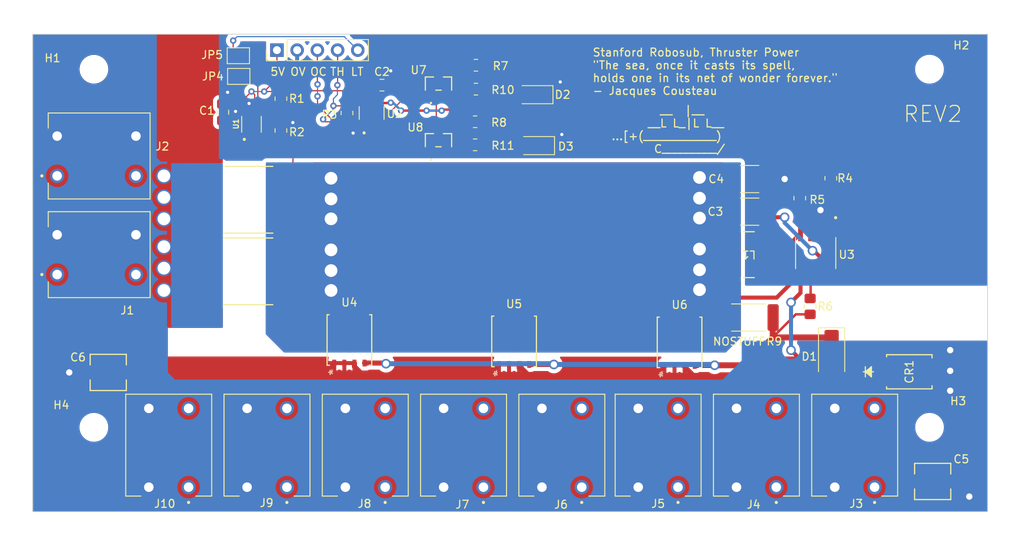
<source format=kicad_pcb>
(kicad_pcb (version 20221018) (generator pcbnew)
  (layers (0 "F.Cu" signal) (31 "B.Cu" signal) (34 "B.Paste" user) (35 "F.Paste" user) (36 "B.SilkS" user "B.Silkscreen") (37 "F.SilkS" user "F.Silkscreen") (38 "B.Mask" user) (39 "F.Mask" user) (44 "Edge.Cuts" user))
  (net 0 "")
  (net 1 "+BATT")
  (net 2 "Net-(U3-OUT)")
  (net 3 "V_BAT_THRUSTERS")
  (net 4 "THRUSTERS_GATE")
  (net 5 "Net-(U7-SOURCE)")
  (net 6 "Net-(D2-A)")
  (net 7 "Net-(U8-SOURCE)")
  (net 8 "Net-(D3-A)")
  (net 9 "THRUST_EN")
  (net 10 "Net-(U3-SW)")
  (net 11 "OCP_N")
  (net 12 "Net-(U1-LIMIT)")
  (net 13 "GATE_EN")
  (net 14 "Net-(U3-IN)")
  (net 15 "Net-(U3-RS)")
  (net 16 "Net-(U3-GATE)")
  (net 17 "GND")
  (net 18 "+5V")
  (net 19 "Sense(+)")
  (net 20 "LATCH")
  (net 21 "Net-(JP4-A)")
  (footprint "1135333_1:PHOENIX_1135333" (layer "F.Cu") (at 274.7 178.8375 180)
    (fp_text reference "J6")
    (fp_text value "1135333" hide)
  )
  (footprint "LED_SMD:LED_1206_3216Metric" (layer "F.Cu") (at 266.1 147.6 180)
    (fp_text reference "D3")
    (fp_text value "IR26-21C_L110_TR8" hide)
  )
  (footprint "1135333_1:PHOENIX_1135333" (layer "F.Cu") (at 217.5625 154.3 90)
    (fp_text reference "J2")
    (fp_text value "1135333" hide)
  )
  (footprint "Jumper:SolderJumper-2_P1.3mm_Open_Pad1.0x1.5mm" (layer "F.Cu") (at 228.65 136.3)
    (fp_text reference "JP5")
    (fp_text value "SolderJumper_2_Open" hide)
  )
  (footprint "1135333_1:PHOENIX_1135333" (layer "F.Cu") (at 250 178.8375 180)
    (fp_text reference "J8")
    (fp_text value "1135333" hide)
  )
  (footprint "Robosub Lib:SON40P200X200X80-11N" (layer "F.Cu") (at 230.3 144.915 90)
    (fp_text reference "U1")
    (fp_text value "INA300AIDSQT" hide)
  )
  (footprint "LED_SMD:LED_1206_3216Metric" (layer "F.Cu") (at 265.9 141.2 180)
    (fp_text reference "D2")
    (fp_text value "IR26-21C_L110_TR8" hide)
  )
  (footprint "1135333_1:PHOENIX_1135333" (layer "F.Cu") (at 237.65 178.8375 180)
    (fp_text reference "J9")
    (fp_text value "1135333" hide)
  )
  (footprint "Robosub Lib:BSC0702LSATMA1" (layer "F.Cu") (at 242.605 172.024501 90)
    (fp_text reference "U4")
    (fp_text value "BSC0702LSATMA1" hide)
  )
  (footprint "Resistor_SMD:R_0805_2012Metric_Pad1.20x1.40mm_HandSolder" (layer "F.Cu") (at 300.5 167.8 -90)
    (fp_text reference "R6")
    (fp_text value "100" hide)
  )
  (footprint "Robosub Lib:IND_5848-WE-PD2_WRE" (layer "F.Cu") (at 292.8 161.3 180)
    (fp_text reference "L1")
    (fp_text value "74477420")
  )
  (footprint "1135333_1:PHOENIX_1135333" (layer "F.Cu") (at 286.8 178.8375 180)
    (fp_text reference "J5")
    (fp_text value "1135333" hide)
  )
  (footprint "Robosub Lib:SOT-23-3_1P4X3P040_ONS" (layer "F.Cu") (at 253.8 139.8)
    (fp_text reference "U7")
    (fp_text value "NVTR01P02LT1G" hide)
  )
  (footprint "Resistor_SMD:R_0805_2012Metric_Pad1.20x1.40mm_HandSolder" (layer "F.Cu") (at 258.4 147.5 180)
    (fp_text reference "R11")
    (fp_text value "110" hide)
  )
  (footprint "Capacitor_SMD:C_1812_4532Metric_Pad1.57x3.40mm_HandSolder" (layer "F.Cu") (at 292.9 155.9)
    (fp_text reference "C3")
    (fp_text value "1uF" hide)
  )
  (footprint "Robosub Lib:SOIC127P600X175-8N_AUIR3241STR" (layer "F.Cu") (at 301.2 161.1 -90)
    (fp_text reference "U3")
    (fp_text value "AUIR3241STR" hide)
  )
  (footprint "Resistor_SMD:R_0805_2012Metric_Pad1.20x1.40mm_HandSolder" (layer "F.Cu") (at 258.5 137.5 180)
    (fp_text reference "R7")
    (fp_text value "110" hide)
  )
  (footprint "Diode_SMD:D_SMA" (layer "F.Cu") (at 303.2 174 -90)
    (fp_text reference "D1")
    (fp_text value "1SMA5931BT3" hide)
  )
  (footprint "Robosub Lib:SOT95P280X145-6N" (layer "F.Cu") (at 245.4 143.5 90)
    (fp_text reference "U2")
    (fp_text value "SN74LVC1G97DBVR" hide)
  )
  (footprint "MountingHole:MountingHole_3.2mm_M3" (layer "F.Cu") (at 315.5 183)
    (fp_text reference "H3")
    (fp_text value "MountingHole" hide)
  )
  (footprint "1135333_1:PHOENIX_1135333" (layer "F.Cu") (at 217.5625 166.7 90)
    (fp_text reference "J1")
    (fp_text value "1135333" hide)
  )
  (footprint "MountingHole:MountingHole_3.2mm_M3" (layer "F.Cu") (at 315.5 138)
    (fp_text reference "H2")
    (fp_text value "MountingHole" hide)
  )
  (footprint "Resistor_SMD:R_0805_2012Metric_Pad1.20x1.40mm_HandSolder" (layer "F.Cu") (at 234 145.7 90)
    (fp_text reference "R2")
    (fp_text value "3k" hide)
  )
  (footprint "Robosub Lib:BSC0702LSATMA1" (layer "F.Cu") (at 284.095 172.324501 90)
    (fp_text reference "U6")
    (fp_text value "BSC0702LSATMA1" hide)
  )
  (footprint "Resistor_SMD:R_2512_6332Metric_Pad1.40x3.35mm_HandSolder" (layer "F.Cu") (at 292.8 169.2)
    (fp_text reference "R9")
    (fp_text value "0 (100A)" hide)
  )
  (footprint "Robosub Lib:UCB1V0R1MCL1GS" (layer "F.Cu") (at 315.9 189.8)
    (fp_text reference "C5")
    (fp_text value "1u (electrolytic)" hide)
  )
  (footprint "Jumper:SolderJumper-2_P1.3mm_Open_Pad1.0x1.5mm" (layer "F.Cu") (at 228.7 138.9 180)
    (fp_text reference "JP4")
    (fp_text value "SolderJumper_2_Open" hide)
  )
  (footprint "Capacitor_SMD:C_0805_2012Metric_Pad1.18x1.45mm_HandSolder" (layer "F.Cu") (at 246.7 140)
    (fp_text reference "C2")
    (fp_text value "0.1u" hide)
  )
  (footprint "WSLP59312L000FEA:RES_WSLP5931_.002OHM_VIS" (layer "F.Cu") (at 229.9 154.4 180)
    (fp_text reference "WSLP59312L000FEA_2" hide)
    (fp_text value "2mOhm" hide)
  )
  (footprint "MountingHole:MountingHole_3.2mm_M3" (layer "F.Cu") (at 210.5 183)
    (fp_text reference "H4")
    (fp_text value "MountingHole" hide)
  )
  (footprint "Robosub Lib:BSC0702LSATMA1" (layer "F.Cu") (at 263.3 172.2 90)
    (fp_text reference "U5")
    (fp_text value "BSC0702LSATMA1" hide)
  )
  (footprint "1135333_1:PHOENIX_1135333" (layer "F.Cu") (at 262.35 178.8375 180)
    (fp_text reference "J7")
    (fp_text value "1135333" hide)
  )
  (footprint "Resistor_SMD:R_0805_2012Metric_Pad1.20x1.40mm_HandSolder" (layer "F.Cu") (at 258.5 140.5 180)
    (fp_text reference "R10")
    (fp_text value "110" hide)
  )
  (footprint "Resistor_SMD:R_0805_2012Metric_Pad1.20x1.40mm_HandSolder" (layer "F.Cu") (at 258.4 144.6 180)
    (fp_text reference "R8")
    (fp_text value "110" hide)
  )
  (footprint "Connector_PinHeader_2.54mm:PinHeader_1x05_P2.54mm_Vertical" (layer "F.Cu") (at 233.5 135.6 90)
    (fp_text reference "J11" hide)
    (fp_text value "Conn_01x05_Pin" hide)
  )
  (footprint "SBRT15U50SP5_13:POWERDI5_DIO" (layer "F.Cu") (at 312.9663 176.020001 90)
    (fp_text reference "CR1")
    (fp_text value "SBRT15U50SP5-13" hide)
  )
  (footprint "Resistor_SMD:R_0805_2012Metric_Pad1.20x1.40mm_HandSolder" (layer "F.Cu") (at 242.3 143.5 -90)
    (fp_text reference "R3")
    (fp_text value "10k" hide)
  )
  (footprint "1135333_1:PHOENIX_1135333" (layer "F.Cu") (at 311.5 178.8375 180)
    (fp_text reference "J3")
    (fp_text value "1135333" hide)
  )
  (footprint "Robosub Lib:SOT-23-3_1P4X3P040_ONS" (layer "F.Cu") (at 253.8 146.916)
    (fp_text reference "U8")
    (fp_text value "NVTR01P02LT1G" hide)
  )
  (footprint "1135333_1:PHOENIX_1135333" (layer "F.Cu") (at 225.3 178.8375 180)
    (fp_text reference "J10")
    (fp_text value "1135333" hide)
  )
  (footprint "Capacitor_SMD:C_1812_4532Metric_Pad1.57x3.40mm_HandSolder" (layer "F.Cu") (at 292.9 151.8)
    (fp_text reference "C4")
    (fp_text value "1uF" hide)
  )
  (footprint "Robosub Lib:UCB1V0R1MCL1GS" (layer "F.Cu") (at 212.3 176.1 180)
    (fp_text reference "C6")
    (fp_text value "1u (electrolytic)" hide)
  )
  (footprint "Capacitor_SMD:C_0805_2012Metric_Pad1.18x1.45mm_HandSolder" (layer "F.Cu") (at 226.7 143.4 -90)
    (fp_text reference "C1")
    (fp_text value "0.1u" hide)
  )
  (footprint "WSLP59312L000FEA:RES_WSLP5931_.002OHM_VIS" (layer "F.Cu") (at 229.9 163.4 180)
    (fp_text reference "WSLP59312L000FEA_1" hide)
    (fp_text value "2mOhm" hide)
  )
  (footprint "Resistor_SMD:R_0805_2012Metric_Pad1.20x1.40mm_HandSolder" (layer "F.Cu") (at 234 141.7 -90)
    (fp_text reference "R1")
    (fp_text value "10k" hide)
  )
  (footprint "MountingHole:MountingHole_3.2mm_M3" (layer "F.Cu") (at 210.5 138)
    (fp_text reference "H1")
    (fp_text value "MountingHole" hide)
  )
  (footprint "Resistor_SMD:R_0805_2012Metric_Pad1.20x1.40mm_HandSolder" (layer "F.Cu") (at 299.2 154.2 90)
    (fp_text reference "R5")
    (fp_text value "10" hide)
  )
  (footprint "1135333_1:PHOENIX_1135333" (layer "F.Cu") (at 299.15 178.8375 180)
    (fp_text reference "J4")
    (fp_text value "1135333" hide)
  )
  (footprint "Resistor_SMD:R_0805_2012Metric_Pad1.20x1.40mm_HandSolder" (layer "F.Cu") (at 303.1 151.7 -90)
    (fp_text reference "R4")
    (fp_text value "10k" hide)
  )
  (gr_rect (start 202.8 133.6) (end 322.8 193.6) (stroke (width 0.1)) (fill none) (layer "Edge.Cuts"))
  (gr_text "REV2" (at 312.1 144.8) (layer "F.SilkS") (effects (font (size 2 2)) (justify left bottom)))
  (gr_text "LT" (at 242.7 138.9) (layer "F.SilkS") (effects (font (size 1 1)) (justify left bottom)))
  (gr_text "Stanford Robosub, Thruster Power\n{dblquote}The sea, once it casts its spell, \nholds one in its net of wonder forever.{dblquote} \n- Jacques Cousteau\n" (at 273.1 141.3) (layer "F.SilkS") (effects (font (size 1 1)) (justify left bottom)))
  (gr_text "5V" (at 232.6 138.9) (layer "F.SilkS") (effects (font (size 1 1)) (justify left bottom)))
  (gr_text "NOSTUFF" (at 288.2 172.8) (layer "F.SilkS") (effects (font (size 1 1)) (justify left bottom)))
  (gr_text "         __  |__\n       __L L_|L L__\n ...[+(____________)\n        C_________/" (at 274.7 148.6) (layer "F.SilkS") (effects (font (size 1 1)) (justify left bottom)))
  (gr_text "TH" (at 240.1 138.9) (layer "F.SilkS") (effects (font (size 1 1)) (justify left bottom)))
  (gr_text "OV" (at 235.1 138.9) (layer "F.SilkS") (effects (font (size 1 1)) (justify left bottom)))
  (gr_text "OC" (at 237.6 138.9) (layer "F.SilkS") (effects (font (size 1 1)) (justify left bottom)))
  (segment (start 221.2866 151.4) (end 224.2866 154.4) (width 3) (layer "F.Cu") (net 1))
  (segment (start 229.5 145.9) (end 229.5 147) (width 0.15) (layer "F.Cu") (net 1))
  (segment (start 219.3 165.8) (end 221.8866 165.8) (width 3) (layer "F.Cu") (net 1))
  (segment (start 224.2866 163.4) (end 224.2866 154.4) (width 3) (layer "F.Cu") (net 1))
  (segment (start 229.5 147) (end 228.7 147.8) (width 0.15) (layer "F.Cu") (net 1))
  (segment (start 228.7 147.8) (end 225.3 147.8) (width 0.15) (layer "F.Cu") (net 1))
  (segment (start 219.3 151.4) (end 221.2866 151.4) (width 3) (layer "F.Cu") (net 1))
  (segment (start 221.1866 160.3) (end 224.2866 163.4) (width 3) (layer "F.Cu") (net 1))
  (segment (start 224.2866 148.8134) (end 224.2866 154.4) (width 0.15) (layer "F.Cu") (net 1))
  (segment (start 218.5 163.8) (end 219.3 163) (width 3) (layer "F.Cu") (net 1))
  (segment (start 225.3 147.8) (end 224.2866 148.8134) (width 0.15) (layer "F.Cu") (net 1))
  (segment (start 219.3 156.8) (end 221.8866 156.8) (width 3) (layer "F.Cu") (net 1))
  (segment (start 219.3 163) (end 223.8866 163) (width 3) (layer "F.Cu") (net 1))
  (segment (start 221.8866 156.8) (end 224.2866 154.4) (width 3) (layer "F.Cu") (net 1))
  (segment (start 221.8866 165.8) (end 224.2866 163.4) (width 3) (layer "F.Cu") (net 1))
  (segment (start 219.3 160.3) (end 221.1866 160.3) (width 3) (layer "F.Cu") (net 1))
  (segment (start 205.8825 151.4) (end 215.7825 151.4) (width 3) (layer "F.Cu") (net 1))
  (segment (start 215.7825 151.4) (end 219.3 151.4) (width 3) (layer "F.Cu") (net 1))
  (segment (start 215.7825 163.8) (end 218.5 163.8) (width 3) (layer "F.Cu") (net 1))
  (segment (start 219.3 154.1) (end 223.9866 154.1) (width 3) (layer "F.Cu") (net 1))
  (segment (start 205.8825 163.8) (end 215.7825 163.8) (width 3) (layer "F.Cu") (net 1))
  (via (at 219.3 163) (size 2) (drill 1.6) (layers "F.Cu" "B.Cu") (net 1))
  (via (at 219.3 154.1) (size 2) (drill 1.6) (layers "F.Cu" "B.Cu") (net 1))
  (via (at 219.3 160.3) (size 2) (drill 1.6) (layers "F.Cu" "B.Cu") (net 1))
  (via (at 219.3 165.8) (size 2) (drill 1.6) (layers "F.Cu" "B.Cu") (net 1))
  (via (at 219.3 156.8) (size 2) (drill 1.6) (layers "F.Cu" "B.Cu") (net 1))
  (via (at 219.3 151.4) (size 2) (drill 1.6) (layers "F.Cu" "B.Cu") (net 1))
  (segment (start 300.96245 160.8) (end 300.8 160.8) (width 0.508) (layer "F.Cu") (net 2))
  (segment (start 295.7375 156.6) (end 295.0375 155.9) (width 0.508) (layer "F.Cu") (net 2))
  (segment (start 297.3 156.6) (end 295.7375 156.6) (width 0.508) (layer "F.Cu") (net 2))
  (segment (start 303.105 162.94255) (end 300.96245 160.8) (width 0.508) (layer "F.Cu") (net 2))
  (via (at 297.3 156.6) (size 1.2) (drill 0.8) (layers "F.Cu" "B.Cu") (net 2))
  (via (at 300.8 160.8) (size 1.2) (drill 0.8) (layers "F.Cu" "B.Cu") (net 2))
  (segment (start 300.8 160.8) (end 297.3 157.3) (width 0.508) (layer "B.Cu") (net 2))
  (segment (start 297.3 157.3) (end 297.3 156.6) (width 0.508) (layer "B.Cu") (net 2))
  (segment (start 214.4082 176.1) (end 217.8825 176.1) (width 0.75) (layer "F.Cu") (net 3))
  (segment (start 247.1 180.6175) (end 247.1 190.5175) (width 3) (layer "F.Cu") (net 3))
  (segment (start 263.935 175.099501) (end 263.935 175.274507) (width 0.635) (layer "F.Cu") (net 3))
  (segment (start 284.73 175.224002) (end 284.73 175.399008) (width 0.635) (layer "F.Cu") (net 3))
  (segment (start 283.9 180.6175) (end 283.9 190.5175) (width 3) (layer "F.Cu") (net 3))
  (segment (start 243.24 174.924002) (end 243.24 175.364006) (width 0.635) (layer "F.Cu") (net 3))
  (segment (start 298.5825 180.6175) (end 296.25 180.6175) (width 0.75) (layer "F.Cu") (net 3))
  (segment (start 299.295 163.575) (end 299.295 166.105) (width 0.508) (layer "F.Cu") (net 3))
  (segment (start 303.2 176) (end 298.5825 180.6175) (width 0.75) (layer "F.Cu") (net 3))
  (segment (start 234.75 180.6175) (end 234.75 190.5175) (width 3) (layer "F.Cu") (net 3))
  (segment (start 284.73 175.399008) (end 286.1 176.769008) (width 0.635) (layer "F.Cu") (net 3))
  (segment (start 286.1 176.769008) (end 286.1 176.8) (width 0.635) (layer "F.Cu") (net 3))
  (segment (start 271.8 180.6175) (end 271.8 190.5175) (width 3) (layer "F.Cu") (net 3))
  (segment (start 259.45 180.6175) (end 259.45 190.5175) (width 3) (layer "F.Cu") (net 3))
  (segment (start 217.8825 176.1) (end 222.4 180.6175) (width 0.75) (layer "F.Cu") (net 3))
  (segment (start 311.9122 177.3053) (end 308.6 180.6175) (width 3) (layer "F.Cu") (net 3))
  (segment (start 282.19 175.224002) (end 282.175998 175.224002) (width 0.635) (layer "F.Cu") (net 3))
  (segment (start 300.8 176) (end 303.2 176) (width 0.508) (layer "F.Cu") (net 3))
  (segment (start 303.2 176) (end 308.6 181.4) (width 0.75) (layer "F.Cu") (net 3))
  (segment (start 244.575994 176.7) (end 244.7 176.7) (width 0.635) (layer "F.Cu") (net 3))
  (segment (start 261.395 175.105) (end 259.7 176.8) (width 0.635) (layer "F.Cu") (net 3))
  (segment (start 308.6 190.5175) (end 313.0743 190.5175) (width 0.75) (layer "F.Cu") (net 3))
  (segment (start 311.9122 176.020001) (end 311.9122 177.3053) (width 3) (layer "F.Cu") (net 3))
  (segment (start 240.7 175) (end 239.2 176.5) (width 0.635) (layer "F.Cu") (net 3))
  (segment (start 313.0743 190.5175) (end 313.7918 189.8) (width 0.75) (layer "F.Cu") (net 3))
  (segment (start 240.7 174.924002) (end 240.7 175) (width 0.635) (layer "F.Cu") (net 3))
  (segment (start 308.6 181.9) (end 308.6 190.5175) (width 3) (layer "F.Cu") (net 3))
  (segment (start 265.4 176.739507) (end 265.4 176.8) (width 0.635) (layer "F.Cu") (net 3))
  (segment (start 261.395 175.099501) (end 261.395 175.105) (width 0.635) (layer "F.Cu") (net 3))
  (segment (start 282.175998 175.224002) (end 280.9 176.5) (width 0.635) (layer "F.Cu") (net 3))
  (segment (start 263.935 175.274507) (end 265.4 176.739507) (width 0.635) (layer "F.Cu") (net 3))
  (segment (start 308.6 181.4) (end 308.6 181.9) (width 0.75) (layer "F.Cu") (net 3))
  (segment (start 296.25 180.6175) (end 296.25 190.5175) (width 3) (layer "F.Cu") (net 3))
  (segment (start 308.6 180.6175) (end 308.6 181.9) (width 3) (layer "F.Cu") (net 3))
  (segment (start 263.935 175.099501) (end 263.935 175.539505) (width 0.635) (layer "F.Cu") (net 3))
  (segment (start 222.4 180.6175) (end 222.4 190.5175) (width 3) (layer "F.Cu") (net 3))
  (segment (start 299.295 166.105) (end 298.1 167.3) (width 0.508) (layer "F.Cu") (net 3))
  (segment (start 298.1 173.3) (end 300.8 176) (width 0.508) (layer "F.Cu") (net 3))
  (segment (start 243.24 175.364006) (end 244.575994 176.7) (width 0.635) (layer "F.Cu") (net 3))
  (via (at 298.1 167.3) (size 1.2) (drill 0.8) (layers "F.Cu" "B.Cu") (net 3))
  (via (at 298.1 173.3) (size 1.2) (drill 0.8) (layers "F.Cu" "B.Cu") (net 3))
  (segment (start 298.1 167.3) (end 298.1 173.3) (width 0.508) (layer "B.Cu") (net 3))
  (segment (start 286 175.224002) (end 288.475998 175.224002) (width 0.635) (layer "F.Cu") (net 4))
  (segment (start 244.51 174.924002) (end 247.124002 174.924002) (width 0.635) (layer "F.Cu") (net 4))
  (segment (start 265.205 175.099501) (end 268.299501 175.099501) (width 0.635) (layer "F.Cu") (net 4))
  (segment (start 295.8 171.7) (end 302.9 171.7) (width 0.75) (layer "F.Cu") (net 4))
  (segment (start 247.124002 174.924002) (end 247.2 175) (width 0.635) (layer "F.Cu") (net 4))
  (segment (start 268.299501 175.099501) (end 268.3 175.1) (width 0.635) (layer "F.Cu") (net 4))
  (segment (start 300.5 168.8) (end 298.7 168.8) (width 0.3048) (layer "F.Cu") (net 4))
  (segment (start 288.5 175.2) (end 292.3 175.2) (width 0.75) (layer "F.Cu") (net 4))
  (segment (start 298.7 168.8) (end 295.8 171.7) (width 0.3048) (layer "F.Cu") (net 4))
  (segment (start 295.8 171.7) (end 295.8 169.25) (width 0.75) (layer "F.Cu") (net 4))
  (segment (start 288.475998 175.224002) (end 288.5 175.2) (width 0.635) (layer "F.Cu") (net 4))
  (segment (start 292.3 175.2) (end 295.8 171.7) (width 0.75) (layer "F.Cu") (net 4))
  (via (at 247.2 175) (size 1.2) (drill 0.8) (layers "F.Cu" "B.Cu") (net 4))
  (via (at 288.5 175.2) (size 1.2) (drill 0.8) (layers "F.Cu" "B.Cu") (net 4))
  (via (at 268.3 175.1) (size 1.2) (drill 0.8) (layers "F.Cu" "B.Cu") (net 4))
  (segment (start 247.2 175) (end 268.2 175) (width 0.635) (layer "B.Cu") (net 4))
  (segment (start 268.2 175) (end 268.3 175.1) (width 0.635) (layer "B.Cu") (net 4))
  (segment (start 288.4 175.1) (end 288.5 175.2) (width 0.635) (layer "B.Cu") (net 4))
  (segment (start 268.3 175.1) (end 288.4 175.1) (width 0.635) (layer "B.Cu") (net 4))
  (segment (start 257.184 140.816) (end 257.5 140.5) (width 0.15) (layer "F.Cu") (net 5))
  (segment (start 257.5 140.5) (end 257.5 137.5) (width 0.15) (layer "F.Cu") (net 5))
  (segment (start 254.7525 140.816) (end 257.184 140.816) (width 0.15) (layer "F.Cu") (net 5))
  (segment (start 259.5 137.5) (end 259.5 140.5) (width 0.15) (layer "F.Cu") (net 6))
  (segment (start 263.8 140.5) (end 264.5 141.2) (width 0.15) (layer "F.Cu") (net 6))
  (segment (start 259.5 140.5) (end 263.8 140.5) (width 0.15) (layer "F.Cu") (net 6))
  (segment (start 254.7525 147.932) (end 256.968 147.932) (width 0.15) (layer "F.Cu") (net 7))
  (segment (start 257.4 144.6) (end 257.4 147.5) (width 0.15) (layer "F.Cu") (net 7))
  (segment (start 259.4 147.5) (end 264.6 147.5) (width 0.15) (layer "F.Cu") (net 8))
  (segment (start 259.4 144.6) (end 259.4 147.5) (width 0.15) (layer "F.Cu") (net 8))
  (segment (start 241.12 135.6) (end 241.12 139.98) (width 0.15) (layer "F.Cu") (net 9))
  (segment (start 244.195 142.5) (end 244.45 142.245) (width 0.15) (layer "F.Cu") (net 9))
  (segment (start 252.8475 147.932) (end 243.532 147.932) (width 0.15) (layer "F.Cu") (net 9))
  (segment (start 243.532 147.932) (end 240.2 144.6) (width 0.15) (layer "F.Cu") (net 9))
  (segment (start 242.3 142.5) (end 244.195 142.5) (width 0.15) (layer "F.Cu") (net 9))
  (segment (start 240.2 144.6) (end 239.6 144.6) (width 0.15) (layer "F.Cu") (net 9))
  (segment (start 241.12 139.98) (end 241.1 140) (width 0.15) (layer "F.Cu") (net 9))
  (segment (start 239.6 144.6) (end 239.3 144.3) (width 0.15) (layer "F.Cu") (net 9))
  (segment (start 240.6 142.6) (end 242.2 142.6) (width 0.15) (layer "F.Cu") (net 9))
  (via (at 241.1 140) (size 0.8) (drill 0.4) (layers "F.Cu" "B.Cu") (net 9))
  (via (at 239.3 144.3) (size 0.8) (drill 0.4) (layers "F.Cu" "B.Cu") (net 9))
  (via (at 240.6 142.6) (size 0.8) (drill 0.4) (layers "F.Cu" "B.Cu") (net 9))
  (segment (start 240.6 143) (end 239.3 144.3) (width 0.15) (layer "B.Cu") (net 9))
  (segment (start 241.1 140) (end 241.1 141.2) (width 0.15) (layer "B.Cu") (net 9))
  (segment (start 240.6 142.6) (end 240.6 143) (width 0.15) (layer "B.Cu") (net 9))
  (segment (start 241.1 141.2) (end 240.6 141.7) (width 0.15) (layer "B.Cu") (net 9))
  (segment (start 240.6 141.7) (end 240.6 142.6) (width 0.15) (layer "B.Cu") (net 9))
  (segment (start 294.8193 161.3) (end 296.62 161.3) (width 0.508) (layer "F.Cu") (net 10))
  (segment (start 296.62 161.3) (end 299.295 158.625) (width 0.508) (layer "F.Cu") (net 10))
  (segment (start 243.39427 147.3) (end 244.115126 147.3) (width 0.15) (layer "F.Cu") (net 11))
  (segment (start 241 144.90573) (end 243.39427 147.3) (width 0.15) (layer "F.Cu") (net 11))
  (segment (start 231.1 145.9) (end 232 145.9) (width 0.15) (layer "F.Cu") (net 11))
  (segment (start 232.6 142.7) (end 234 142.7) (width 0.15) (layer "F.Cu") (net 11))
  (segment (start 238.6 141.4) (end 238.6 142.46) (width 0.15) (layer "F.Cu") (net 11))
  (segment (start 244.115126 147.3) (end 246.35 145.065126) (width 0.15) (layer "F.Cu") (net 11))
  (segment (start 250.289 140.816) (end 246.35 144.755) (width 0.15) (layer "F.Cu") (net 11))
  (segment (start 238.6 142.46) (end 238.58 142.48) (width 0.15) (layer "F.Cu") (net 11))
  (segment (start 234.22 142.48) (end 238.58 142.48) (width 0.15) (layer "F.Cu") (net 11))
  (segment (start 238.58 135.6) (end 238.58 139.88) (width 0.15) (layer "F.Cu") (net 11))
  (segment (start 232.3 145.6) (end 232.3 143) (width 0.15) (layer "F.Cu") (net 11))
  (segment (start 252.8475 140.816) (end 250.289 140.816) (width 0.15) (layer "F.Cu") (net 11))
  (segment (start 232 145.9) (end 232.3 145.6) (width 0.15) (layer "F.Cu") (net 11))
  (segment (start 232.3 143) (end 232.6 142.7) (width 0.15) (layer "F.Cu") (net 11))
  (segment (start 238.58 139.88) (end 238.6 139.9) (width 0.15) (layer "F.Cu") (net 11))
  (segment (start 241 144.9) (end 241 144.90573) (width 0.15) (layer "F.Cu") (net 11))
  (segment (start 238.58 142.48) (end 241 144.9) (width 0.15) (layer "F.Cu") (net 11))
  (via (at 238.6 139.9) (size 0.8) (drill 0.4) (layers "F.Cu" "B.Cu") (net 11))
  (via (at 238.6 141.4) (size 0.8) (drill 0.4) (layers "F.Cu" "B.Cu") (net 11))
  (segment (start 238.6 139.9) (end 238.6 141.4) (width 0.15) (layer "B.Cu") (net 11))
  (segment (start 233.137701 147.562299) (end 234 146.7) (width 0.15) (layer "F.Cu") (net 12))
  (segment (start 230.3 145.9) (end 230.3 146.794269) (width 0.15) (layer "F.Cu") (net 12))
  (segment (start 230.3 146.794269) (end 231.06803 147.562299) (width 0.15) (layer "F.Cu") (net 12))
  (segment (start 231.06803 147.562299) (end 233.137701 147.562299) (width 0.15) (layer "F.Cu") (net 12))
  (segment (start 247.755 142.245) (end 247.8 142.2) (width 0.3048) (layer "F.Cu") (net 13))
  (segment (start 295.4726 143.0726) (end 303.1 150.7) (width 0.3048) (layer "F.Cu") (net 13))
  (segment (start 254.2 143.2) (end 254.3274 143.0726) (width 0.3048) (layer "F.Cu") (net 13))
  (segment (start 254.3274 143.0726) (end 295.4726 143.0726) (width 0.3048) (layer "F.Cu") (net 13))
  (segment (start 246.35 142.245) (end 247.755 142.245) (width 0.3048) (layer "F.Cu") (net 13))
  (segment (start 249.1 143.2) (end 252.3 143.2) (width 0.3048) (layer "F.Cu") (net 13))
  (via (at 247.8 142.2) (size 0.8) (drill 0.4) (layers "F.Cu" "B.Cu") (net 13))
  (via (at 249.1 143.2) (size 0.8) (drill 0.4) (layers "F.Cu" "B.Cu") (net 13))
  (via (at 252.3 143.2) (size 0.8) (drill 0.4) (layers "F.Cu" "B.Cu") (net 13))
  (via (at 254.2 143.2) (size 0.8) (drill 0.4) (layers "F.Cu" "B.Cu") (net 13))
  (segment (start 252.3 143.2) (end 254.2 143.2) (width 0.3048) (layer "B.Cu") (net 13))
  (segment (start 248.1 142.2) (end 249.1 143.2) (width 0.3048) (layer "B.Cu") (net 13))
  (segment (start 247.8 142.2) (end 248.1 142.2) (width 0.3048) (layer "B.Cu") (net 13))
  (segment (start 303.1 152.7) (end 303.1 158.62) (width 0.3048) (layer "F.Cu") (net 14))
  (segment (start 300.565 156.565) (end 300.565 158.625) (width 0.15) (layer "F.Cu") (net 15))
  (segment (start 299.2 155.2) (end 300.565 156.565) (width 0.15) (layer "F.Cu") (net 15))
  (segment (start 300.565 163.575) (end 300.565 166.735) (width 0.3048) (layer "F.Cu") (net 16))
  (segment (start 227.8375 143.3) (end 228.3 143.3) (width 0.15) (layer "F.Cu") (net 17))
  (segment (start 247.7375 138.2625) (end 247.8 138.2) (width 0.15) (layer "F.Cu") (net 17))
  (segment (start 301.8 155.7) (end 301.8 158.59) (width 0.508) (layer "F.Cu") (net 17))
  (segment (start 318.0082 189.8) (end 318.6 189.8) (width 0.75) (layer "F.Cu") (net 17))
  (segment (start 315.9 175.1) (end 316.3 175.1) (width 0.75) (layer "F.Cu") (net 17))
  (segment (start 315.9 176.940002) (end 317.059998 176.940002) (width 0.75) (layer "F.Cu") (net 17))
  (segment (start 230.3 142.6) (end 230 142.3) (width 0.15) (layer "F.Cu") (net 17))
  (segment (start 243.179079 146.025921) (end 243.074079 146.025921) (width 0.15) (layer "F.Cu") (net 17))
  (segment (start 245.4 144.755) (end 244.129079 146.025921) (width 0.15) (layer "F.Cu") (net 17))
  (segment (start 228.05 138.9) (end 228.05 140.15) (width 0.15) (layer "F.Cu") (net 17))
  (segment (start 317.059998 176.940002) (end 318.1 175.9) (width 0.75) (layer "F.Cu") (net 17))
  (segment (start 244.129079 146.025921) (end 243.074079 146.025921) (width 0.15) (layer "F.Cu") (net 17))
  (segment (start 230.3 144.915) (end 229.2452 144.915) (width 0.3048) (layer "F.Cu") (net 17))
  (segment (start 315.9 176.940002) (end 316.640002 176.940002) (width 0.75) (layer "F.Cu") (net 17))
  (segment (start 247.7375 140) (end 247.7375 138.2625) (width 0.15) (layer "F.Cu") (net 17))
  (segment (start 243.074079 145.274079) (end 243.074079 146.025921) (width 0.15) (layer "F.Cu") (net 17))
  (segment (start 244.45 144.755) (end 243.179079 146.025921) (width 0.15) (layer "F.Cu") (net 17))
  (segment (start 297.8 151.8) (end 299.2 153.2) (width 0.15) (layer "F.Cu") (net 17))
  (segment (start 230.3 143.93) (end 230.3 142.6) (width 0.15) (layer "F.Cu") (net 17))
  (segment (start 228.3 143.9698) (end 228.3 143.3) (width 0.3048) (layer "F.Cu") (net 17))
  (segment (start 229.2452 144.915) (end 228.3 143.9698) (width 0.3048) (layer "F.Cu") (net 17))
  (segment (start 268.9 139.6) (end 269.1 139.6) (width 0.15) (layer "F.Cu") (net 17))
  (segment (start 316.3 175.1) (end 318.1 173.3) (width 0.75) (layer "F.Cu") (net 17))
  (segment (start 315.9 175.1) (end 317.3 175.1) (width 0.75) (layer "F.Cu") (net 17))
  (segment (start 317.3 175.1) (end 318.1 175.9) (width 0.75) (layer "F.Cu") (net 17))
  (segment (start 242.3 144.5) (end 243.074079 145.274079) (width 0.15) (layer "F.Cu") (net 17))
  (segment (start 318.6 189.8) (end 320.5 191.7) (width 0.75) (layer "F.Cu") (net 17))
  (segment (start 267.9 147.6) (end 269.3 146.2) (width 0.15) (layer "F.Cu") (net 17))
  (segment (start 226.7 144.4375) (end 227.8375 143.3) (width 0.15) (layer "F.Cu") (net 17))
  (segment (start 229.5 143.93) (end 228.93 143.93) (width 0.15) (layer "F.Cu") (net 17))
  (segment (start 228.93 143.93) (end 228.3 143.3) (width 0.15) (layer "F.Cu") (net 17))
  (segment (start 297.3 151.8) (end 297.8 151.8) (width 0.15) (layer "F.Cu") (net 17))
  (segment (start 234 144.7) (end 235.5 144.7) (width 0.15) (layer "F.Cu") (net 17))
  (segment (start 316.640002 176.940002) (end 318.1 178.4) (width 0.75) (layer "F.Cu") (net 17))
  (segment (start 228.05 140.15) (end 227.3 140.9) (width 0.15) (layer "F.Cu") (net 17))
  (segment (start 295.0375 151.8) (end 297.3 151.8) (width 0.508) (layer "F.Cu") (net 17))
  (segment (start 267.3 141.2) (end 268.9 139.6) (width 0.15) (layer "F.Cu") (net 17))
  (segment (start 207.4 176.1) (end 210.1918 176.1) (width 0.75) (layer "F.Cu") (net 17))
  (via (at 230 142.3) (size 0.8) (drill 0.4) (layers "F.Cu" "B.Cu") (net 17))
  (via (at 269.1 139.6) (size 0.8) (drill 0.4) (layers "F.Cu" "B.Cu") (net 17))
  (via (at 207.4 176.1) (size 1.2) (drill 0.8) (layers "F.Cu" "B.Cu") (net 17))
  (via (at 228.3 143.3) (size 0.8) (drill 0.4) (layers "F.Cu" "B.Cu") (net 17))
  (via (at 318.1 175.9) (size 1.2) (drill 0.8) (layers "F.Cu" "B.Cu") (net 17))
  (via (at 318.1 178.4) (size 1.2) (drill 0.8) (layers "F.Cu" "B.Cu") (net 17))
  (via (at 297.3 151.8) (size 1.2) (drill 0.8) (layers "F.Cu" "B.Cu") (net 17))
  (via (at 235.5 144.7) (size 0.8) (drill 0.4) (layers "F.Cu" "B.Cu") (net 17))
  (via (at 301.8 155.7) (size 1.2) (drill 0.8) (layers "F.Cu" "B.Cu") (net 17))
  (via (at 320.5 191.7) (size 1.2) (drill 0.8) (layers "F.Cu" "B.Cu") (net 17))
  (via (at 269.3 146.2) (size 0.8) (drill 0.4) (layers "F.Cu" "B.Cu") (net 17))
  (via (at 247.8 138.2) (size 0.8) (drill 0.4) (layers "F.Cu" "B.Cu") (net 17))
  (via (at 318.1 173.3) (size 1.2) (drill 0.8) (layers "F.Cu" "B.Cu") (net 17))
  (via (at 243.074079 146.025921) (size 0.8) (drill 0.4) (layers "F.Cu" "B.Cu") (net 17))
  (via (at 227.3 140.9) (size 0.8) (drill 0.4) (layers "F.Cu" "B.Cu") (net 17))
  (segment (start 291.25 180.6175) (end 291.25 190.5175) (width 3) (layer "B.Cu") (net 17))
  (segment (start 278.9 180.6175) (end 278.9 190.5175) (width 3) (layer "B.Cu") (net 17))
  (segment (start 205.8825 158.8) (end 215.7825 158.8) (width 3) (layer "B.Cu") (net 17))
  (segment (start 266.8 180.6175) (end 266.8 190.5175) (width 3) (layer "B.Cu") (net 17))
  (segment (start 242.1 180.6175) (end 242.1 190.5175) (width 3) (layer "B.Cu") (net 17))
  (segment (start 303.6 180.6175) (end 303.6 190.5175) (width 3) (layer "B.Cu") (net 17))
  (segment (start 205.8825 146.4) (end 215.7825 146.4) (width 3) (layer "B.Cu") (net 17))
  (segment (start 229.75 180.6175) (end 229.75 190.5175) (width 3) (layer "B.Cu") (net 17))
  (segment (start 254.45 190.5175) (end 254.45 180.6175) (width 3) (layer "B.Cu") (net 17))
  (segment (start 217.4 180.6175) (end 217.4 190.5175) (width 3) (layer "B.Cu") (net 17))
  (segment (start 233.5 139.2) (end 231.9 140.8) (width 0.15) (layer "F.Cu") (net 18))
  (segment (start 234 140.7) (end 243.7 140.7) (width 0.15) (layer "F.Cu") (net 18))
  (segment (start 233.5 139.2) (end 234 139.7) (width 0.15) (layer "F.Cu") (net 18))
  (segment (start 244.3 140.1) (end 245.5625 140.1) (width 0.15) (layer "F.Cu") (net 18))
  (segment (start 230.3 140.8) (end 228.9625 142.1375) (width 0.15) (layer "F.Cu") (net 18))
  (segment (start 253.5255 145.6255) (end 253.5255 139.0585) (width 0.15) (layer "F.Cu") (net 18))
  (segment (start 245.4 142.245) (end 245.4 140.2625) (width 0.15) (layer "F.Cu") (net 18))
  (segment (start 228.9625 142.1375) (end 228.9625 142.3625) (width 0.15) (layer "F.Cu") (net 18))
  (segment (start 231.9 140.8) (end 233.9 140.8) (width 0.15) (layer "F.Cu") (net 18))
  (segment (start 229.9 143.93) (end 229.9 143.3) (width 0.15) (layer "F.Cu") (net 18))
  (segment (start 226.7 142.3625) (end 228.9625 142.3625) (width 0.15) (layer "F.Cu") (net 18))
  (segment (start 233.5 135.6) (end 233.5 139.2) (width 0.15) (layer "F.Cu") (net 18))
  (segment (start 234 139.7) (end 234 140.7) (width 0.15) (layer "F.Cu") (net 18))
  (segment (start 253.8 145.9) (end 253.5255 145.6255) (width 0.15) (layer "F.Cu") (net 18))
  (segment (start 230.7 141.2) (end 230.3 140.8) (width 0.15) (layer "F.Cu") (net 18))
  (segment (start 229.9 143.3) (end 229 142.4) (width 0.15) (layer "F.Cu") (net 18))
  (segment (start 253.5255 139.0585) (end 253.8 138.784) (width 0.15) (layer "F.Cu") (net 18))
  (segment (start 230.7 143.93) (end 230.7 141.2) (width 0.15) (layer "F.Cu") (net 18))
  (segment (start 243.7 140.7) (end 244.3 140.1) (width 0.15) (layer "F.Cu") (net 18))
  (segment (start 228.9625 142.3625) (end 229 142.4) (width 0.15) (layer "F.Cu") (net 18))
  (via (at 230.3 140.8) (size 0.8) (drill 0.4) (layers "F.Cu" "B.Cu") (net 18))
  (via (at 231.9 140.8) (size 0.8) (drill 0.4) (layers "F.Cu" "B.Cu") (net 18))
  (segment (start 231.9 140.8) (end 230.3 140.8) (width 0.15) (layer "B.Cu") (net 18))
  (segment (start 286 169.3) (end 287.6 167.7) (width 0.635) (layer "F.Cu") (net 19))
  (segment (start 238.2134 160.7) (end 235.5134 163.4) (width 3) (layer "F.Cu") (net 19))
  (segment (start 297.9 165.1) (end 296.3 166.7) (width 0.508) (layer "F.Cu") (net 19))
  (segment (start 240.7 169) (end 239.6 167.9) (width 0.635) (layer "F.Cu") (net 19))
  (segment (start 286 169.4) (end 286 169.3) (width 0.635) (layer "F.Cu") (net 19))
  (segment (start 298.764 162.136) (end 297.9 163) (width 0.508) (layer "F.Cu") (net 19))
  (segment (start 238.2134 151.7) (end 235.5134 154.4) (width 3) (layer "F.Cu") (net 19))
  (segment (start 240.3 165.8) (end 237.9134 165.8) (width 3) (layer "F.Cu") (net 19))
  (segment (start 301.835 162.94255) (end 301.02845 162.136) (width 0.508) (layer "F.Cu") (net 19))
  (segment (start 240.7 169.1) (end 240.7 169) (width 0.635) (layer "F.Cu") (net 19))
  (segment (start 240.3 160.7) (end 238.2134 160.7) (width 3) (layer "F.Cu") (net 19))
  (segment (start 231.011462 148) (end 234.7 148) (width 0.15) (layer "F.Cu") (net 19))
  (segment (start 234.7 148) (end 235.5134 148.8134) (width 0.15) (layer "F.Cu") (net 19))
  (segment (start 240.3 156.8) (end 237.9134 156.8) (width 3) (layer "F.Cu") (net 19))
  (segment (start 241.97 169.1) (end 241.2134 169.1) (width 0.635) (layer "F.Cu") (net 19))
  (segment (start 237.9134 156.8) (end 235.5134 154.4) (width 3) (layer "F.Cu") (net 19))
  (segment (start 282.19 169.4) (end 282.19 169.29) (width 0.635) (layer "F.Cu") (net 19))
  (segment (start 244.51 169.1) (end 244.6 169.1) (width 0.635) (layer "F.Cu") (net 19))
  (segment (start 289.8 166.7) (end 289.8 169.15) (width 0.508) (layer "F.Cu") (net 19))
  (segment (start 265.205 169.275499) (end 265.224501 169.275499) (width 0.635) (layer "F.Cu") (net 19))
  (segment (start 229.9 145.9) (end 229.9 146.888539) (width 0.15) (layer "F.Cu") (net 19))
  (segment (start 301.02845 162.136) (end 298.764 162.136) (width 0.508) (layer "F.Cu") (net 19))
  (segment (start 265.224501 169.275499) (end 267 167.5) (width 0.635) (layer "F.Cu") (net 19))
  (segment (start 240.3 163.3) (end 235.6134 163.3) (width 3) (layer "F.Cu") (net 19))
  (segment (start 240.3 154.3) (end 235.6134 154.3) (width 3) (layer "F.Cu") (net 19))
  (segment (start 229.9 146.888539) (end 231.011462 148) (width 0.15) (layer "F.Cu") (net 19))
  (segment (start 261.395 169.195) (end 259.9 167.7) (width 0.635) (layer "F.Cu") (net 19))
  (segment (start 240.3 151.7) (end 238.2134 151.7) (width 3) (layer "F.Cu") (net 19))
  (segment (start 282.19 169.29) (end 280.6 167.7) (width 0.635) (layer "F.Cu") (net 19))
  (segment (start 297.9 163) (end 297.9 165.1) (width 0.508) (layer "F.Cu") (net 19))
  (segment (start 235.5134 148.8134) (end 235.5134 154.4) (width 0.15) (layer "F.Cu") (net 19))
  (segment (start 296.3 166.7) (end 289.8 166.7) (width 0.508) (layer "F.Cu") (net 19))
  (segment (start 261.395 169.275499) (end 261.395 169.195) (width 0.635) (layer "F.Cu") (net 19))
  (segment (start 237.9134 165.8) (end 235.5134 163.4) (width 3) (layer "F.Cu") (net 19))
  (segment (start 237.6134 161.3) (end 235.5134 163.4) (width 0.635) (layer "F.Cu") (net 19))
  (segment (start 244.6 169.1) (end 246.4 167.3) (width 0.635) (layer "F.Cu") (net 19))
  (via (at 240.3 160.7) (size 2) (drill 1.6) (layers "F.Cu" "B.Cu") (net 19))
  (via (at 240.3 156.8) (size 2) (drill 1.6) (layers "F.Cu" "B.Cu") (net 19))
  (via (at 240.3 163.3) (size 2) (drill 1.6) (layers "F.Cu" "B.Cu") (net 19))
  (via (at 240.3 165.8) (size 2) (drill 1.6) (layers "F.Cu" "B.Cu") (net 19))
  (via (at 286.6 163.2) (size 2) (drill 1.6) (layers "F.Cu" "B.Cu") (net 19))
  (via (at 240.3 151.7) (size 2) (drill 1.6) (layers "F.Cu" "B.Cu") (net 19))
  (via (at 286.6 160.6) (size 2) (drill 1.6) (layers "F.Cu" "B.Cu") (net 19))
  (via (at 286.6 156.7) (size 2) (drill 1.6) (layers "F.Cu" "B.Cu") (net 19))
  (via (at 286.6 151.6) (size 2) (drill 1.6) (layers "F.Cu" "B.Cu") (net 19))
  (via (at 240.3 154.3) (size 2) (drill 1.6) (layers "F.Cu" "B.Cu") (net 19))
  (via (at 286.6 165.7) (size 2) (drill 1.6) (layers "F.Cu" "B.Cu") (net 19))
  (via (at 286.6 154.2) (size 2) (drill 1.6) (layers "F.Cu" "B.Cu") (net 19))
  (segment (start 228 134.4) (end 228 136.3) (width 0.15) (layer "F.Cu") (net 20))
  (via (at 228 134.4) (size 0.8) (drill 0.4) (layers "F.Cu" "B.Cu") (net 20))
  (segment (start 228 134.4) (end 228.5 133.9) (width 0.15) (layer "B.Cu") (net 20))
  (segment (start 241.96 133.9) (end 243.66 135.6) (width 0.15) (layer "B.Cu") (net 20))
  (segment (start 228.5 133.9) (end 241.96 133.9) (width 0.15) (layer "B.Cu") (net 20))
  (segment (start 231.1 137.8) (end 231.1 139.1) (width 0.15) (layer "F.Cu") (net 21))
  (segment (start 229.6 136.3) (end 231.1 137.8) (width 0.15) (layer "F.Cu") (net 21))
  (segment (start 231.1 139.1) (end 231.1 143.93) (width 0.15) (layer "F.Cu") (net 21))
  (segment (start 229.2 139.1) (end 231.1 139.1) (width 0.15) (layer "F.Cu") (net 21))
  (zone (net 1) (net_name "+BATT") (layer "F.Cu") (priority 1) (connect_pads (clearance 0.508)) (min_thickness 0.25) (fill yes (thermal_gap 0.5) (thermal_bridge_width 0.5))
    (polygon (pts (xy 226.7 131) (xy 226.7 170.5) (xy 199.3 170.5) (xy 199.3 158.4) (xy 199.3 131)))
  )
  (zone (net 3) (net_name "V_BAT_THRUSTERS") (layer "F.Cu") (priority 2) (connect_pads (clearance 0.508)) (min_thickness 0.25) (fill yes (thermal_gap 0.5) (thermal_bridge_width 0.5))
    (polygon (pts (xy 314.1 174.1) (xy 314.6 174.6) (xy 314.6 195.5) (xy 212.8 195.5) (xy 212.2 194.9) (xy 212.2 174.9) (xy 213 174.1)))
  )
  (zone (net 19) (net_name "Sense(+)") (layers "F&B.Cu") (priority 3) (connect_pads (clearance 0.508)) (min_thickness 0.25) (fill yes (thermal_gap 0.5) (thermal_bridge_width 0.5))
    (polygon (pts (xy 232.1 149.7) (xy 291.8 149.7) (xy 291.8 171.7) (xy 289.9 173.6) (xy 234.4 173.6) (xy 232.1 171.3)))
  )
  (zone (net 0) (net_name "") (layer "B.Cu") (connect_pads (clearance 0)) (min_thickness 0.25)
    (keepout (tracks allowed) (vias allowed) (pads allowed) (copperpour not_allowed) (footprints allowed))
    (fill (thermal_gap 0.5) (thermal_bridge_width 0.5))
    (polygon (pts (xy 218.9 132) (xy 226.1 132) (xy 226.2 132.1) (xy 226.2 149.6) (xy 218.9 149.6) (xy 218.4 149.1) (xy 218.4 132.5)))
  )
  (zone (net 1) (net_name "+BATT") (layer "B.Cu") (priority 4) (connect_pads (clearance 0.508)) (min_thickness 0.25) (fill yes (thermal_gap 0.5) (thermal_bridge_width 0.5))
    (polygon (pts (xy 226.7 170.5) (xy 226.7 149.8) (xy 220.2 149.8) (xy 220.2 170.2) (xy 220.5 170.5)))
  )
  (zone (net 0) (net_name "") (layer "B.Cu") (connect_pads (clearance 0)) (min_thickness 0.25)
    (keepout (tracks allowed) (vias allowed) (pads allowed) (copperpour not_allowed) (footprints allowed))
    (fill (thermal_gap 0.5) (thermal_bridge_width 0.5))
    (polygon (pts (xy 323.5 172.1) (xy 292.1 172.1) (xy 292.1 165.3) (xy 292.2 165.2) (xy 323.4 165.2) (xy 323.8 165.6) (xy 323.8 171.8)))
  )
  (zone (net 17) (net_name "GND") (layer "B.Cu") (connect_pads (clearance 0.508)) (min_thickness 0.25) (fill yes (thermal_gap 0.5) (thermal_bridge_width 0.5) (island_removal_mode 1) (island_area_min 10))
    (polygon (pts (xy 327.2 129.3) (xy 327.2 149.5) (xy 220.3 149.5) (xy 219.8 149) (xy 219.8 176.1) (xy 220.7 177) (xy 289.5 177) (xy 291.9 174.6) (xy 291.9 146.5) (xy 292.1 146.3) (xy 326.4 146.3) (xy 327.4 147.3) (xy 327.4 197.2) (xy 325.7 198.9) (xy 198.7 198.9) (xy 198.7 129.8) (xy 199.2 129.3)))
  )
)
</source>
